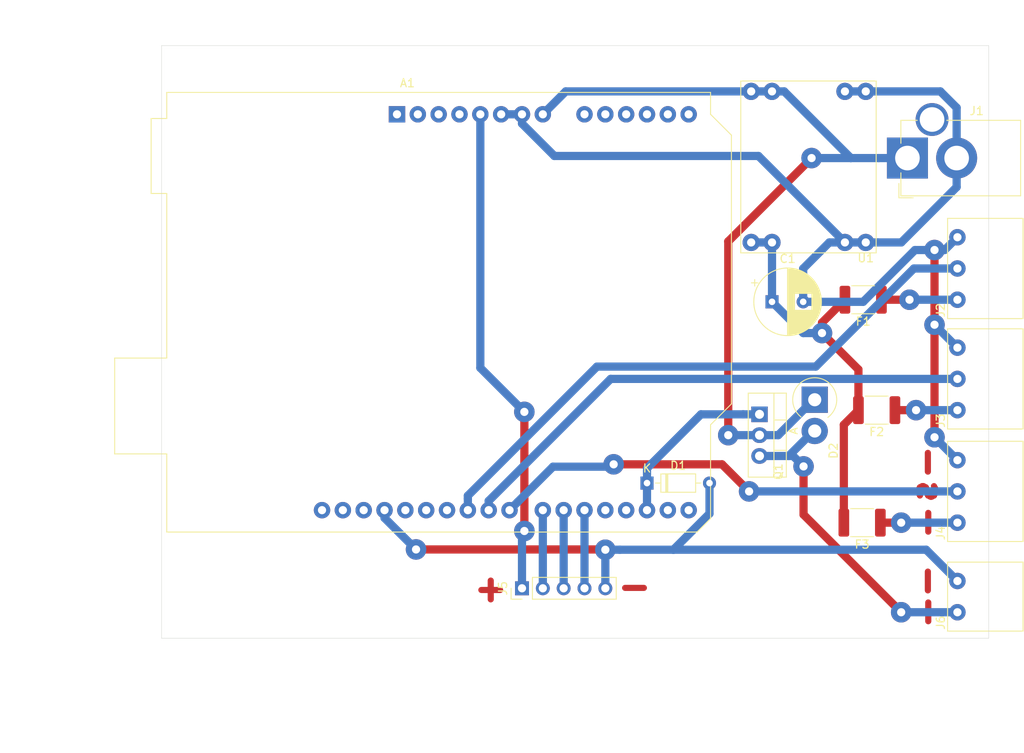
<source format=kicad_pcb>
(kicad_pcb (version 20171130) (host pcbnew "(5.1.5)-3")

  (general
    (thickness 1.6)
    (drawings 18)
    (tracks 124)
    (zones 0)
    (modules 19)
    (nets 16)
  )

  (page A4)
  (layers
    (0 F.Cu signal)
    (31 B.Cu signal)
    (32 B.Adhes user)
    (33 F.Adhes user)
    (34 B.Paste user)
    (35 F.Paste user)
    (36 B.SilkS user)
    (37 F.SilkS user)
    (38 B.Mask user)
    (39 F.Mask user)
    (40 Dwgs.User user)
    (41 Cmts.User user)
    (42 Eco1.User user)
    (43 Eco2.User user)
    (44 Edge.Cuts user)
    (45 Margin user)
    (46 B.CrtYd user)
    (47 F.CrtYd user)
    (48 B.Fab user)
    (49 F.Fab user)
  )

  (setup
    (last_trace_width 1)
    (trace_clearance 0.5)
    (zone_clearance 0.508)
    (zone_45_only no)
    (trace_min 0.2)
    (via_size 2.5)
    (via_drill 1)
    (via_min_size 0.4)
    (via_min_drill 0.3)
    (uvia_size 0.3)
    (uvia_drill 0.1)
    (uvias_allowed no)
    (uvia_min_size 0.2)
    (uvia_min_drill 0.1)
    (edge_width 0.05)
    (segment_width 0.2)
    (pcb_text_width 0.3)
    (pcb_text_size 1.5 1.5)
    (mod_edge_width 0.12)
    (mod_text_size 1 1)
    (mod_text_width 0.15)
    (pad_size 1.524 1.524)
    (pad_drill 0.762)
    (pad_to_mask_clearance 0.051)
    (solder_mask_min_width 0.25)
    (aux_axis_origin 94.742 131.445)
    (visible_elements 7FFFFFFF)
    (pcbplotparams
      (layerselection 0x010fc_ffffffff)
      (usegerberextensions false)
      (usegerberattributes false)
      (usegerberadvancedattributes false)
      (creategerberjobfile false)
      (excludeedgelayer true)
      (linewidth 0.100000)
      (plotframeref false)
      (viasonmask false)
      (mode 1)
      (useauxorigin false)
      (hpglpennumber 1)
      (hpglpenspeed 20)
      (hpglpendiameter 15.000000)
      (psnegative false)
      (psa4output false)
      (plotreference true)
      (plotvalue true)
      (plotinvisibletext false)
      (padsonsilk false)
      (subtractmaskfromsilk false)
      (outputformat 1)
      (mirror false)
      (drillshape 0)
      (scaleselection 1)
      (outputdirectory "gerber/"))
  )

  (net 0 "")
  (net 1 /SW_1)
  (net 2 /SW_2)
  (net 3 +5V)
  (net 4 /SW_3)
  (net 5 GND)
  (net 6 /SIG_1)
  (net 7 /SIG_2)
  (net 8 /12V_input)
  (net 9 /SIG_3)
  (net 10 "Net-(F1-Pad1)")
  (net 11 /5V_ext)
  (net 12 "Net-(F2-Pad1)")
  (net 13 "Net-(F3-Pad1)")
  (net 14 /SIG_OUT)
  (net 15 "Net-(D2-Pad2)")

  (net_class Default "This is the default net class."
    (clearance 0.5)
    (trace_width 1)
    (via_dia 2.5)
    (via_drill 1)
    (uvia_dia 0.3)
    (uvia_drill 0.1)
    (add_net +5V)
    (add_net /12V_input)
    (add_net /5V_ext)
    (add_net /SIG_1)
    (add_net /SIG_2)
    (add_net /SIG_3)
    (add_net /SIG_OUT)
    (add_net /SW_1)
    (add_net /SW_2)
    (add_net /SW_3)
    (add_net GND)
    (add_net "Net-(D2-Pad2)")
    (add_net "Net-(F1-Pad1)")
    (add_net "Net-(F2-Pad1)")
    (add_net "Net-(F3-Pad1)")
  )

  (net_class GND ""
    (clearance 0.5)
    (trace_width 2)
    (via_dia 2.5)
    (via_drill 1)
    (uvia_dia 0.3)
    (uvia_drill 0.1)
  )

  (module User:SZH-PWSD-016 (layer F.Cu) (tedit 5E1CB969) (tstamp 5E11E0E8)
    (at 180.594 64.77 180)
    (path /5E11A689)
    (fp_text reference U1 (at 0 -20.32 180) (layer F.SilkS)
      (effects (font (size 1 1) (thickness 0.15)))
    )
    (fp_text value SZH-PWSD-016 (at 6.985 -9.525 180) (layer F.Fab)
      (effects (font (size 1 1) (thickness 0.15)))
    )
    (fp_line (start -1.27 1.27) (end 15.24 1.27) (layer F.SilkS) (width 0.12))
    (fp_line (start 15.24 1.27) (end 15.24 -19.685) (layer F.SilkS) (width 0.12))
    (fp_line (start 15.24 -19.685) (end -1.27 -19.685) (layer F.SilkS) (width 0.12))
    (fp_line (start -1.27 -19.685) (end -1.27 1.27) (layer F.SilkS) (width 0.12))
    (pad 1 thru_hole circle (at 0 0 180) (size 2.1 2.1) (drill 1) (layers *.Cu *.Mask)
      (net 5 GND))
    (pad 1 thru_hole circle (at 2.54 0 180) (size 2.1 2.1) (drill 1) (layers *.Cu *.Mask)
      (net 5 GND))
    (pad 2 thru_hole circle (at 11.43 0 180) (size 2.1 2.1) (drill 1) (layers *.Cu *.Mask)
      (net 8 /12V_input))
    (pad 2 thru_hole circle (at 13.97 0 180) (size 2.1 2.1) (drill 1) (layers *.Cu *.Mask)
      (net 8 /12V_input))
    (pad 4 thru_hole circle (at 0 -18.415 180) (size 2.1 2.1) (drill 1) (layers *.Cu *.Mask)
      (net 5 GND))
    (pad 4 thru_hole circle (at 2.54 -18.415 180) (size 2.1 2.1) (drill 1) (layers *.Cu *.Mask)
      (net 5 GND))
    (pad 3 thru_hole circle (at 11.43 -18.415 180) (size 2.1 2.1) (drill 1) (layers *.Cu *.Mask)
      (net 11 /5V_ext))
    (pad 3 thru_hole circle (at 13.97 -18.415 180) (size 2.1 2.1) (drill 1) (layers *.Cu *.Mask)
      (net 11 /5V_ext))
  )

  (module Package_TO_SOT_THT:TO-220-3_Vertical (layer F.Cu) (tedit 5AC8BA0D) (tstamp 5E128B1C)
    (at 167.64 104.14 270)
    (descr "TO-220-3, Vertical, RM 2.54mm, see https://www.vishay.com/docs/66542/to-220-1.pdf")
    (tags "TO-220-3 Vertical RM 2.54mm")
    (path /5E1544B4)
    (fp_text reference Q1 (at 6.985 -2.286 90) (layer F.SilkS)
      (effects (font (size 1 1) (thickness 0.15)))
    )
    (fp_text value IRFZ44N (at 2.54 2.5 90) (layer F.Fab)
      (effects (font (size 1 1) (thickness 0.15)))
    )
    (fp_line (start -2.46 -3.15) (end -2.46 1.25) (layer F.Fab) (width 0.1))
    (fp_line (start -2.46 1.25) (end 7.54 1.25) (layer F.Fab) (width 0.1))
    (fp_line (start 7.54 1.25) (end 7.54 -3.15) (layer F.Fab) (width 0.1))
    (fp_line (start 7.54 -3.15) (end -2.46 -3.15) (layer F.Fab) (width 0.1))
    (fp_line (start -2.46 -1.88) (end 7.54 -1.88) (layer F.Fab) (width 0.1))
    (fp_line (start 0.69 -3.15) (end 0.69 -1.88) (layer F.Fab) (width 0.1))
    (fp_line (start 4.39 -3.15) (end 4.39 -1.88) (layer F.Fab) (width 0.1))
    (fp_line (start -2.58 -3.27) (end 7.66 -3.27) (layer F.SilkS) (width 0.12))
    (fp_line (start -2.58 1.371) (end 7.66 1.371) (layer F.SilkS) (width 0.12))
    (fp_line (start -2.58 -3.27) (end -2.58 1.371) (layer F.SilkS) (width 0.12))
    (fp_line (start 7.66 -3.27) (end 7.66 1.371) (layer F.SilkS) (width 0.12))
    (fp_line (start -2.58 -1.76) (end 7.66 -1.76) (layer F.SilkS) (width 0.12))
    (fp_line (start 0.69 -3.27) (end 0.69 -1.76) (layer F.SilkS) (width 0.12))
    (fp_line (start 4.391 -3.27) (end 4.391 -1.76) (layer F.SilkS) (width 0.12))
    (fp_line (start -2.71 -3.4) (end -2.71 1.51) (layer F.CrtYd) (width 0.05))
    (fp_line (start -2.71 1.51) (end 7.79 1.51) (layer F.CrtYd) (width 0.05))
    (fp_line (start 7.79 1.51) (end 7.79 -3.4) (layer F.CrtYd) (width 0.05))
    (fp_line (start 7.79 -3.4) (end -2.71 -3.4) (layer F.CrtYd) (width 0.05))
    (fp_text user %R (at 6.985 -2.286 90) (layer F.Fab)
      (effects (font (size 1 1) (thickness 0.15)))
    )
    (pad 1 thru_hole rect (at 0 0 270) (size 1.905 2) (drill 1.1) (layers *.Cu *.Mask)
      (net 14 /SIG_OUT))
    (pad 2 thru_hole oval (at 2.54 0 270) (size 1.905 2) (drill 1.1) (layers *.Cu *.Mask)
      (net 8 /12V_input))
    (pad 3 thru_hole oval (at 5.08 0 270) (size 1.905 2) (drill 1.1) (layers *.Cu *.Mask)
      (net 15 "Net-(D2-Pad2)"))
    (model ${KISYS3DMOD}/Package_TO_SOT_THT.3dshapes/TO-220-3_Vertical.wrl
      (at (xyz 0 0 0))
      (scale (xyz 1 1 1))
      (rotate (xyz 0 0 0))
    )
  )

  (module Module:Arduino_UNO_R3 (layer F.Cu) (tedit 5E11E843) (tstamp 5E11DF80)
    (at 123.444 67.564)
    (descr "Arduino UNO R3, http://www.mouser.com/pdfdocs/Gravitech_Arduino_Nano3_0.pdf")
    (tags "Arduino UNO R3")
    (path /5E11A1CE)
    (fp_text reference A1 (at 1.27 -3.81 180) (layer F.SilkS)
      (effects (font (size 1 1) (thickness 0.15)))
    )
    (fp_text value Arduino_UNO_R3 (at 0 22.86) (layer F.Fab)
      (effects (font (size 1 1) (thickness 0.15)))
    )
    (fp_text user %R (at 0 20.32 180) (layer F.Fab)
      (effects (font (size 1 1) (thickness 0.15)))
    )
    (fp_line (start 38.35 -2.79) (end 38.35 0) (layer F.CrtYd) (width 0.05))
    (fp_line (start 38.35 0) (end 40.89 2.54) (layer F.CrtYd) (width 0.05))
    (fp_line (start 40.89 2.54) (end 40.89 35.31) (layer F.CrtYd) (width 0.05))
    (fp_line (start 40.89 35.31) (end 38.35 37.85) (layer F.CrtYd) (width 0.05))
    (fp_line (start 38.35 37.85) (end 38.35 49.28) (layer F.CrtYd) (width 0.05))
    (fp_line (start 38.35 49.28) (end 36.58 51.05) (layer F.CrtYd) (width 0.05))
    (fp_line (start 36.58 51.05) (end -28.19 51.05) (layer F.CrtYd) (width 0.05))
    (fp_line (start -28.19 51.05) (end -28.19 41.53) (layer F.CrtYd) (width 0.05))
    (fp_line (start -28.19 41.53) (end -34.54 41.53) (layer F.CrtYd) (width 0.05))
    (fp_line (start -34.54 41.53) (end -34.54 29.59) (layer F.CrtYd) (width 0.05))
    (fp_line (start -34.54 29.59) (end -28.19 29.59) (layer F.CrtYd) (width 0.05))
    (fp_line (start -28.19 29.59) (end -28.19 9.78) (layer F.CrtYd) (width 0.05))
    (fp_line (start -28.19 9.78) (end -30.1 9.78) (layer F.CrtYd) (width 0.05))
    (fp_line (start -30.1 9.78) (end -30.1 0.38) (layer F.CrtYd) (width 0.05))
    (fp_line (start -30.1 0.38) (end -28.19 0.38) (layer F.CrtYd) (width 0.05))
    (fp_line (start -28.19 0.38) (end -28.19 -2.79) (layer F.CrtYd) (width 0.05))
    (fp_line (start -28.19 -2.79) (end 38.35 -2.79) (layer F.CrtYd) (width 0.05))
    (fp_line (start 40.77 35.31) (end 40.77 2.54) (layer F.SilkS) (width 0.12))
    (fp_line (start 40.77 2.54) (end 38.23 0) (layer F.SilkS) (width 0.12))
    (fp_line (start 38.23 0) (end 38.23 -2.67) (layer F.SilkS) (width 0.12))
    (fp_line (start 38.23 -2.67) (end -28.07 -2.67) (layer F.SilkS) (width 0.12))
    (fp_line (start -28.07 -2.67) (end -28.07 0.51) (layer F.SilkS) (width 0.12))
    (fp_line (start -28.07 0.51) (end -29.97 0.51) (layer F.SilkS) (width 0.12))
    (fp_line (start -29.97 0.51) (end -29.97 9.65) (layer F.SilkS) (width 0.12))
    (fp_line (start -29.97 9.65) (end -28.07 9.65) (layer F.SilkS) (width 0.12))
    (fp_line (start -28.07 9.65) (end -28.07 29.72) (layer F.SilkS) (width 0.12))
    (fp_line (start -28.07 29.72) (end -34.42 29.72) (layer F.SilkS) (width 0.12))
    (fp_line (start -34.42 29.72) (end -34.42 41.4) (layer F.SilkS) (width 0.12))
    (fp_line (start -34.42 41.4) (end -28.07 41.4) (layer F.SilkS) (width 0.12))
    (fp_line (start -28.07 41.4) (end -28.07 50.93) (layer F.SilkS) (width 0.12))
    (fp_line (start -28.07 50.93) (end 36.58 50.93) (layer F.SilkS) (width 0.12))
    (fp_line (start 36.58 50.93) (end 38.23 49.28) (layer F.SilkS) (width 0.12))
    (fp_line (start 38.23 49.28) (end 38.23 37.85) (layer F.SilkS) (width 0.12))
    (fp_line (start 38.23 37.85) (end 40.77 35.31) (layer F.SilkS) (width 0.12))
    (fp_line (start -34.29 29.84) (end -18.41 29.84) (layer F.Fab) (width 0.1))
    (fp_line (start -18.41 29.84) (end -18.41 41.27) (layer F.Fab) (width 0.1))
    (fp_line (start -18.41 41.27) (end -34.29 41.27) (layer F.Fab) (width 0.1))
    (fp_line (start -34.29 41.27) (end -34.29 29.84) (layer F.Fab) (width 0.1))
    (fp_line (start -29.84 0.64) (end -16.51 0.64) (layer F.Fab) (width 0.1))
    (fp_line (start -16.51 0.64) (end -16.51 9.53) (layer F.Fab) (width 0.1))
    (fp_line (start -16.51 9.53) (end -29.84 9.53) (layer F.Fab) (width 0.1))
    (fp_line (start -29.84 9.53) (end -29.84 0.64) (layer F.Fab) (width 0.1))
    (fp_line (start 38.1 37.85) (end 38.1 49.28) (layer F.Fab) (width 0.1))
    (fp_line (start 40.64 2.54) (end 40.64 35.31) (layer F.Fab) (width 0.1))
    (fp_line (start 40.64 35.31) (end 38.1 37.85) (layer F.Fab) (width 0.1))
    (fp_line (start 38.1 -2.54) (end 38.1 0) (layer F.Fab) (width 0.1))
    (fp_line (start 38.1 0) (end 40.64 2.54) (layer F.Fab) (width 0.1))
    (fp_line (start 38.1 49.28) (end 36.58 50.8) (layer F.Fab) (width 0.1))
    (fp_line (start 36.58 50.8) (end -27.94 50.8) (layer F.Fab) (width 0.1))
    (fp_line (start -27.94 50.8) (end -27.94 -2.54) (layer F.Fab) (width 0.1))
    (fp_line (start -27.94 -2.54) (end 38.1 -2.54) (layer F.Fab) (width 0.1))
    (pad 32 thru_hole oval (at -9.14 48.26 90) (size 2 2) (drill 1) (layers *.Cu *.Mask))
    (pad 31 thru_hole oval (at -6.6 48.26 90) (size 2 2) (drill 1) (layers *.Cu *.Mask))
    (pad 1 thru_hole rect (at 0 0 90) (size 2 2) (drill 1) (layers *.Cu *.Mask))
    (pad 17 thru_hole oval (at 30.48 48.26 90) (size 2 2) (drill 1) (layers *.Cu *.Mask)
      (net 14 /SIG_OUT))
    (pad 2 thru_hole oval (at 2.54 0 90) (size 2 2) (drill 1) (layers *.Cu *.Mask))
    (pad 18 thru_hole oval (at 27.94 48.26 90) (size 2 2) (drill 1) (layers *.Cu *.Mask))
    (pad 3 thru_hole oval (at 5.08 0 90) (size 2 2) (drill 1) (layers *.Cu *.Mask))
    (pad 19 thru_hole oval (at 25.4 48.26 90) (size 2 2) (drill 1) (layers *.Cu *.Mask))
    (pad 4 thru_hole oval (at 7.62 0 90) (size 2 2) (drill 1) (layers *.Cu *.Mask))
    (pad 20 thru_hole oval (at 22.86 48.26 90) (size 2 2) (drill 1) (layers *.Cu *.Mask)
      (net 4 /SW_3))
    (pad 5 thru_hole oval (at 10.16 0 90) (size 2 2) (drill 1) (layers *.Cu *.Mask)
      (net 3 +5V))
    (pad 21 thru_hole oval (at 20.32 48.26 90) (size 2 2) (drill 1) (layers *.Cu *.Mask)
      (net 2 /SW_2))
    (pad 6 thru_hole oval (at 12.7 0 90) (size 2 2) (drill 1) (layers *.Cu *.Mask)
      (net 5 GND))
    (pad 22 thru_hole oval (at 17.78 48.26 90) (size 2 2) (drill 1) (layers *.Cu *.Mask)
      (net 1 /SW_1))
    (pad 7 thru_hole oval (at 15.24 0 90) (size 2 2) (drill 1) (layers *.Cu *.Mask)
      (net 5 GND))
    (pad 23 thru_hole oval (at 13.72 48.26 90) (size 2 2) (drill 1) (layers *.Cu *.Mask)
      (net 9 /SIG_3))
    (pad 8 thru_hole oval (at 17.78 0 90) (size 2 2) (drill 1) (layers *.Cu *.Mask)
      (net 8 /12V_input))
    (pad 24 thru_hole oval (at 11.18 48.26 90) (size 2 2) (drill 1) (layers *.Cu *.Mask)
      (net 7 /SIG_2))
    (pad 9 thru_hole oval (at 22.86 0 90) (size 2 2) (drill 1) (layers *.Cu *.Mask))
    (pad 25 thru_hole oval (at 8.64 48.26 90) (size 2 2) (drill 1) (layers *.Cu *.Mask)
      (net 6 /SIG_1))
    (pad 10 thru_hole oval (at 25.4 0 90) (size 2 2) (drill 1) (layers *.Cu *.Mask))
    (pad 26 thru_hole oval (at 6.1 48.26 90) (size 2 2) (drill 1) (layers *.Cu *.Mask))
    (pad 11 thru_hole oval (at 27.94 0 90) (size 2 2) (drill 1) (layers *.Cu *.Mask))
    (pad 27 thru_hole oval (at 3.56 48.26 90) (size 2 2) (drill 1) (layers *.Cu *.Mask))
    (pad 12 thru_hole oval (at 30.48 0 90) (size 2 2) (drill 1) (layers *.Cu *.Mask))
    (pad 28 thru_hole oval (at 1.02 48.26 90) (size 2 2) (drill 1) (layers *.Cu *.Mask))
    (pad 13 thru_hole oval (at 33.02 0 90) (size 2 2) (drill 1) (layers *.Cu *.Mask))
    (pad 29 thru_hole oval (at -1.52 48.26 90) (size 2 2) (drill 1) (layers *.Cu *.Mask)
      (net 5 GND))
    (pad 14 thru_hole oval (at 35.56 0 90) (size 2 2) (drill 1) (layers *.Cu *.Mask))
    (pad 30 thru_hole oval (at -4.06 48.26 90) (size 2 2) (drill 1) (layers *.Cu *.Mask))
    (pad 15 thru_hole oval (at 35.56 48.26 90) (size 2 2) (drill 1) (layers *.Cu *.Mask))
    (pad 16 thru_hole oval (at 33.02 48.26 90) (size 2 2) (drill 1) (layers *.Cu *.Mask))
    (model ${KISYS3DMOD}/Module.3dshapes/Arduino_UNO_R3.wrl
      (at (xyz 0 0 0))
      (scale (xyz 1 1 1))
      (rotate (xyz 0 0 0))
    )
  )

  (module User:PJ-002B (layer F.Cu) (tedit 5E11DEB4) (tstamp 5E11E09E)
    (at 185.674 72.898 90)
    (descr "Thin-pin DC Barrel Jack, https://cdn-shop.adafruit.com/datasheets/21mmdcjackDatasheet.pdf")
    (tags "Power Jack")
    (path /5E11B373)
    (fp_text reference J1 (at 5.75 8.45 180) (layer F.SilkS)
      (effects (font (size 1 1) (thickness 0.15)))
    )
    (fp_text value "Power Input" (at -5.5 6.2 180) (layer F.Fab)
      (effects (font (size 1 1) (thickness 0.15)))
    )
    (fp_line (start -4.5 10.2) (end 4.5 10.2) (layer F.Fab) (width 0.1))
    (fp_line (start -3.5 -0.7) (end 4.5 -0.7) (layer F.Fab) (width 0.1))
    (fp_line (start -4.5 0.3) (end -3.5 -0.7) (layer F.Fab) (width 0.1))
    (fp_line (start -4.5 13.7) (end -4.5 0.3) (layer F.Fab) (width 0.1))
    (fp_line (start 4.5 13.7) (end -4.5 13.7) (layer F.Fab) (width 0.1))
    (fp_line (start 4.5 -0.7) (end 4.5 13.7) (layer F.Fab) (width 0.1))
    (fp_line (start -4.84 -1.04) (end -3.1 -1.04) (layer F.SilkS) (width 0.12))
    (fp_line (start -4.84 0.7) (end -4.84 -1.04) (layer F.SilkS) (width 0.12))
    (fp_line (start 4.6 -0.8) (end 4.6 1.2) (layer F.SilkS) (width 0.12))
    (fp_line (start 1.8 -0.8) (end 4.6 -0.8) (layer F.SilkS) (width 0.12))
    (fp_line (start -4.6 -0.8) (end -1.8 -0.8) (layer F.SilkS) (width 0.12))
    (fp_line (start -4.6 13.8) (end -4.6 -0.8) (layer F.SilkS) (width 0.12))
    (fp_line (start 4.6 13.8) (end -4.6 13.8) (layer F.SilkS) (width 0.12))
    (fp_line (start 4.6 4.8) (end 4.6 13.8) (layer F.SilkS) (width 0.12))
    (fp_line (start -1.8 -1.8) (end 1.8 -1.8) (layer F.CrtYd) (width 0.05))
    (fp_line (start -1.8 -1.2) (end -1.8 -1.8) (layer F.CrtYd) (width 0.05))
    (fp_line (start -5 -1.2) (end -1.8 -1.2) (layer F.CrtYd) (width 0.05))
    (fp_line (start -5 14.2) (end -5 -1.2) (layer F.CrtYd) (width 0.05))
    (fp_line (start 5 14.2) (end -5 14.2) (layer F.CrtYd) (width 0.05))
    (fp_line (start 5 4.8) (end 5 14.2) (layer F.CrtYd) (width 0.05))
    (fp_line (start 6.5 4.8) (end 5 4.8) (layer F.CrtYd) (width 0.05))
    (fp_line (start 6.5 1.2) (end 6.5 4.8) (layer F.CrtYd) (width 0.05))
    (fp_line (start 5 1.2) (end 6.5 1.2) (layer F.CrtYd) (width 0.05))
    (fp_line (start 5 -1.2) (end 5 1.2) (layer F.CrtYd) (width 0.05))
    (fp_line (start 1.8 -1.2) (end 5 -1.2) (layer F.CrtYd) (width 0.05))
    (fp_line (start 1.8 -1.8) (end 1.8 -1.2) (layer F.CrtYd) (width 0.05))
    (fp_text user %R (at 0 6.5 -90) (layer F.Fab)
      (effects (font (size 1 1) (thickness 0.15)))
    )
    (pad 3 thru_hole circle (at 4.7 3 90) (size 4 4) (drill 3) (layers *.Cu *.Mask))
    (pad 2 thru_hole circle (at 0 6 90) (size 5 5) (drill 3) (layers *.Cu *.Mask)
      (net 5 GND))
    (pad 1 thru_hole rect (at 0 0 90) (size 5 5) (drill 3) (layers *.Cu *.Mask)
      (net 8 /12V_input))
    (model ${USER_LIB_DIR}/User/packages3d/PJ-002B.step
      (offset (xyz 0 -13.7 7))
      (scale (xyz 1 1 1))
      (rotate (xyz -90 0 90))
    )
  )

  (module Capacitor_THT:CP_Radial_D8.0mm_P3.80mm (layer F.Cu) (tedit 5AE50EF0) (tstamp 5E11E029)
    (at 169.164 90.424)
    (descr "CP, Radial series, Radial, pin pitch=3.80mm, , diameter=8mm, Electrolytic Capacitor")
    (tags "CP Radial series Radial pin pitch 3.80mm  diameter 8mm Electrolytic Capacitor")
    (path /5E140EC5)
    (fp_text reference C1 (at 1.9 -5.25) (layer F.SilkS)
      (effects (font (size 1 1) (thickness 0.15)))
    )
    (fp_text value CP (at 1.9 5.25) (layer F.Fab)
      (effects (font (size 1 1) (thickness 0.15)))
    )
    (fp_circle (center 1.9 0) (end 5.9 0) (layer F.Fab) (width 0.1))
    (fp_circle (center 1.9 0) (end 6.02 0) (layer F.SilkS) (width 0.12))
    (fp_circle (center 1.9 0) (end 6.15 0) (layer F.CrtYd) (width 0.05))
    (fp_line (start -1.526759 -1.7475) (end -0.726759 -1.7475) (layer F.Fab) (width 0.1))
    (fp_line (start -1.126759 -2.1475) (end -1.126759 -1.3475) (layer F.Fab) (width 0.1))
    (fp_line (start 1.9 -4.08) (end 1.9 4.08) (layer F.SilkS) (width 0.12))
    (fp_line (start 1.94 -4.08) (end 1.94 4.08) (layer F.SilkS) (width 0.12))
    (fp_line (start 1.98 -4.08) (end 1.98 4.08) (layer F.SilkS) (width 0.12))
    (fp_line (start 2.02 -4.079) (end 2.02 4.079) (layer F.SilkS) (width 0.12))
    (fp_line (start 2.06 -4.077) (end 2.06 4.077) (layer F.SilkS) (width 0.12))
    (fp_line (start 2.1 -4.076) (end 2.1 4.076) (layer F.SilkS) (width 0.12))
    (fp_line (start 2.14 -4.074) (end 2.14 4.074) (layer F.SilkS) (width 0.12))
    (fp_line (start 2.18 -4.071) (end 2.18 4.071) (layer F.SilkS) (width 0.12))
    (fp_line (start 2.22 -4.068) (end 2.22 4.068) (layer F.SilkS) (width 0.12))
    (fp_line (start 2.26 -4.065) (end 2.26 4.065) (layer F.SilkS) (width 0.12))
    (fp_line (start 2.3 -4.061) (end 2.3 4.061) (layer F.SilkS) (width 0.12))
    (fp_line (start 2.34 -4.057) (end 2.34 4.057) (layer F.SilkS) (width 0.12))
    (fp_line (start 2.38 -4.052) (end 2.38 4.052) (layer F.SilkS) (width 0.12))
    (fp_line (start 2.42 -4.048) (end 2.42 4.048) (layer F.SilkS) (width 0.12))
    (fp_line (start 2.46 -4.042) (end 2.46 4.042) (layer F.SilkS) (width 0.12))
    (fp_line (start 2.5 -4.037) (end 2.5 4.037) (layer F.SilkS) (width 0.12))
    (fp_line (start 2.54 -4.03) (end 2.54 4.03) (layer F.SilkS) (width 0.12))
    (fp_line (start 2.58 -4.024) (end 2.58 4.024) (layer F.SilkS) (width 0.12))
    (fp_line (start 2.621 -4.017) (end 2.621 4.017) (layer F.SilkS) (width 0.12))
    (fp_line (start 2.661 -4.01) (end 2.661 4.01) (layer F.SilkS) (width 0.12))
    (fp_line (start 2.701 -4.002) (end 2.701 4.002) (layer F.SilkS) (width 0.12))
    (fp_line (start 2.741 -3.994) (end 2.741 3.994) (layer F.SilkS) (width 0.12))
    (fp_line (start 2.781 -3.985) (end 2.781 -1.04) (layer F.SilkS) (width 0.12))
    (fp_line (start 2.781 1.04) (end 2.781 3.985) (layer F.SilkS) (width 0.12))
    (fp_line (start 2.821 -3.976) (end 2.821 -1.04) (layer F.SilkS) (width 0.12))
    (fp_line (start 2.821 1.04) (end 2.821 3.976) (layer F.SilkS) (width 0.12))
    (fp_line (start 2.861 -3.967) (end 2.861 -1.04) (layer F.SilkS) (width 0.12))
    (fp_line (start 2.861 1.04) (end 2.861 3.967) (layer F.SilkS) (width 0.12))
    (fp_line (start 2.901 -3.957) (end 2.901 -1.04) (layer F.SilkS) (width 0.12))
    (fp_line (start 2.901 1.04) (end 2.901 3.957) (layer F.SilkS) (width 0.12))
    (fp_line (start 2.941 -3.947) (end 2.941 -1.04) (layer F.SilkS) (width 0.12))
    (fp_line (start 2.941 1.04) (end 2.941 3.947) (layer F.SilkS) (width 0.12))
    (fp_line (start 2.981 -3.936) (end 2.981 -1.04) (layer F.SilkS) (width 0.12))
    (fp_line (start 2.981 1.04) (end 2.981 3.936) (layer F.SilkS) (width 0.12))
    (fp_line (start 3.021 -3.925) (end 3.021 -1.04) (layer F.SilkS) (width 0.12))
    (fp_line (start 3.021 1.04) (end 3.021 3.925) (layer F.SilkS) (width 0.12))
    (fp_line (start 3.061 -3.914) (end 3.061 -1.04) (layer F.SilkS) (width 0.12))
    (fp_line (start 3.061 1.04) (end 3.061 3.914) (layer F.SilkS) (width 0.12))
    (fp_line (start 3.101 -3.902) (end 3.101 -1.04) (layer F.SilkS) (width 0.12))
    (fp_line (start 3.101 1.04) (end 3.101 3.902) (layer F.SilkS) (width 0.12))
    (fp_line (start 3.141 -3.889) (end 3.141 -1.04) (layer F.SilkS) (width 0.12))
    (fp_line (start 3.141 1.04) (end 3.141 3.889) (layer F.SilkS) (width 0.12))
    (fp_line (start 3.181 -3.877) (end 3.181 -1.04) (layer F.SilkS) (width 0.12))
    (fp_line (start 3.181 1.04) (end 3.181 3.877) (layer F.SilkS) (width 0.12))
    (fp_line (start 3.221 -3.863) (end 3.221 -1.04) (layer F.SilkS) (width 0.12))
    (fp_line (start 3.221 1.04) (end 3.221 3.863) (layer F.SilkS) (width 0.12))
    (fp_line (start 3.261 -3.85) (end 3.261 -1.04) (layer F.SilkS) (width 0.12))
    (fp_line (start 3.261 1.04) (end 3.261 3.85) (layer F.SilkS) (width 0.12))
    (fp_line (start 3.301 -3.835) (end 3.301 -1.04) (layer F.SilkS) (width 0.12))
    (fp_line (start 3.301 1.04) (end 3.301 3.835) (layer F.SilkS) (width 0.12))
    (fp_line (start 3.341 -3.821) (end 3.341 -1.04) (layer F.SilkS) (width 0.12))
    (fp_line (start 3.341 1.04) (end 3.341 3.821) (layer F.SilkS) (width 0.12))
    (fp_line (start 3.381 -3.805) (end 3.381 -1.04) (layer F.SilkS) (width 0.12))
    (fp_line (start 3.381 1.04) (end 3.381 3.805) (layer F.SilkS) (width 0.12))
    (fp_line (start 3.421 -3.79) (end 3.421 -1.04) (layer F.SilkS) (width 0.12))
    (fp_line (start 3.421 1.04) (end 3.421 3.79) (layer F.SilkS) (width 0.12))
    (fp_line (start 3.461 -3.774) (end 3.461 -1.04) (layer F.SilkS) (width 0.12))
    (fp_line (start 3.461 1.04) (end 3.461 3.774) (layer F.SilkS) (width 0.12))
    (fp_line (start 3.501 -3.757) (end 3.501 -1.04) (layer F.SilkS) (width 0.12))
    (fp_line (start 3.501 1.04) (end 3.501 3.757) (layer F.SilkS) (width 0.12))
    (fp_line (start 3.541 -3.74) (end 3.541 -1.04) (layer F.SilkS) (width 0.12))
    (fp_line (start 3.541 1.04) (end 3.541 3.74) (layer F.SilkS) (width 0.12))
    (fp_line (start 3.581 -3.722) (end 3.581 -1.04) (layer F.SilkS) (width 0.12))
    (fp_line (start 3.581 1.04) (end 3.581 3.722) (layer F.SilkS) (width 0.12))
    (fp_line (start 3.621 -3.704) (end 3.621 -1.04) (layer F.SilkS) (width 0.12))
    (fp_line (start 3.621 1.04) (end 3.621 3.704) (layer F.SilkS) (width 0.12))
    (fp_line (start 3.661 -3.686) (end 3.661 -1.04) (layer F.SilkS) (width 0.12))
    (fp_line (start 3.661 1.04) (end 3.661 3.686) (layer F.SilkS) (width 0.12))
    (fp_line (start 3.701 -3.666) (end 3.701 -1.04) (layer F.SilkS) (width 0.12))
    (fp_line (start 3.701 1.04) (end 3.701 3.666) (layer F.SilkS) (width 0.12))
    (fp_line (start 3.741 -3.647) (end 3.741 -1.04) (layer F.SilkS) (width 0.12))
    (fp_line (start 3.741 1.04) (end 3.741 3.647) (layer F.SilkS) (width 0.12))
    (fp_line (start 3.781 -3.627) (end 3.781 -1.04) (layer F.SilkS) (width 0.12))
    (fp_line (start 3.781 1.04) (end 3.781 3.627) (layer F.SilkS) (width 0.12))
    (fp_line (start 3.821 -3.606) (end 3.821 -1.04) (layer F.SilkS) (width 0.12))
    (fp_line (start 3.821 1.04) (end 3.821 3.606) (layer F.SilkS) (width 0.12))
    (fp_line (start 3.861 -3.584) (end 3.861 -1.04) (layer F.SilkS) (width 0.12))
    (fp_line (start 3.861 1.04) (end 3.861 3.584) (layer F.SilkS) (width 0.12))
    (fp_line (start 3.901 -3.562) (end 3.901 -1.04) (layer F.SilkS) (width 0.12))
    (fp_line (start 3.901 1.04) (end 3.901 3.562) (layer F.SilkS) (width 0.12))
    (fp_line (start 3.941 -3.54) (end 3.941 -1.04) (layer F.SilkS) (width 0.12))
    (fp_line (start 3.941 1.04) (end 3.941 3.54) (layer F.SilkS) (width 0.12))
    (fp_line (start 3.981 -3.517) (end 3.981 -1.04) (layer F.SilkS) (width 0.12))
    (fp_line (start 3.981 1.04) (end 3.981 3.517) (layer F.SilkS) (width 0.12))
    (fp_line (start 4.021 -3.493) (end 4.021 -1.04) (layer F.SilkS) (width 0.12))
    (fp_line (start 4.021 1.04) (end 4.021 3.493) (layer F.SilkS) (width 0.12))
    (fp_line (start 4.061 -3.469) (end 4.061 -1.04) (layer F.SilkS) (width 0.12))
    (fp_line (start 4.061 1.04) (end 4.061 3.469) (layer F.SilkS) (width 0.12))
    (fp_line (start 4.101 -3.444) (end 4.101 -1.04) (layer F.SilkS) (width 0.12))
    (fp_line (start 4.101 1.04) (end 4.101 3.444) (layer F.SilkS) (width 0.12))
    (fp_line (start 4.141 -3.418) (end 4.141 -1.04) (layer F.SilkS) (width 0.12))
    (fp_line (start 4.141 1.04) (end 4.141 3.418) (layer F.SilkS) (width 0.12))
    (fp_line (start 4.181 -3.392) (end 4.181 -1.04) (layer F.SilkS) (width 0.12))
    (fp_line (start 4.181 1.04) (end 4.181 3.392) (layer F.SilkS) (width 0.12))
    (fp_line (start 4.221 -3.365) (end 4.221 -1.04) (layer F.SilkS) (width 0.12))
    (fp_line (start 4.221 1.04) (end 4.221 3.365) (layer F.SilkS) (width 0.12))
    (fp_line (start 4.261 -3.338) (end 4.261 -1.04) (layer F.SilkS) (width 0.12))
    (fp_line (start 4.261 1.04) (end 4.261 3.338) (layer F.SilkS) (width 0.12))
    (fp_line (start 4.301 -3.309) (end 4.301 -1.04) (layer F.SilkS) (width 0.12))
    (fp_line (start 4.301 1.04) (end 4.301 3.309) (layer F.SilkS) (width 0.12))
    (fp_line (start 4.341 -3.28) (end 4.341 -1.04) (layer F.SilkS) (width 0.12))
    (fp_line (start 4.341 1.04) (end 4.341 3.28) (layer F.SilkS) (width 0.12))
    (fp_line (start 4.381 -3.25) (end 4.381 -1.04) (layer F.SilkS) (width 0.12))
    (fp_line (start 4.381 1.04) (end 4.381 3.25) (layer F.SilkS) (width 0.12))
    (fp_line (start 4.421 -3.22) (end 4.421 -1.04) (layer F.SilkS) (width 0.12))
    (fp_line (start 4.421 1.04) (end 4.421 3.22) (layer F.SilkS) (width 0.12))
    (fp_line (start 4.461 -3.189) (end 4.461 -1.04) (layer F.SilkS) (width 0.12))
    (fp_line (start 4.461 1.04) (end 4.461 3.189) (layer F.SilkS) (width 0.12))
    (fp_line (start 4.501 -3.156) (end 4.501 -1.04) (layer F.SilkS) (width 0.12))
    (fp_line (start 4.501 1.04) (end 4.501 3.156) (layer F.SilkS) (width 0.12))
    (fp_line (start 4.541 -3.124) (end 4.541 -1.04) (layer F.SilkS) (width 0.12))
    (fp_line (start 4.541 1.04) (end 4.541 3.124) (layer F.SilkS) (width 0.12))
    (fp_line (start 4.581 -3.09) (end 4.581 -1.04) (layer F.SilkS) (width 0.12))
    (fp_line (start 4.581 1.04) (end 4.581 3.09) (layer F.SilkS) (width 0.12))
    (fp_line (start 4.621 -3.055) (end 4.621 -1.04) (layer F.SilkS) (width 0.12))
    (fp_line (start 4.621 1.04) (end 4.621 3.055) (layer F.SilkS) (width 0.12))
    (fp_line (start 4.661 -3.019) (end 4.661 -1.04) (layer F.SilkS) (width 0.12))
    (fp_line (start 4.661 1.04) (end 4.661 3.019) (layer F.SilkS) (width 0.12))
    (fp_line (start 4.701 -2.983) (end 4.701 -1.04) (layer F.SilkS) (width 0.12))
    (fp_line (start 4.701 1.04) (end 4.701 2.983) (layer F.SilkS) (width 0.12))
    (fp_line (start 4.741 -2.945) (end 4.741 -1.04) (layer F.SilkS) (width 0.12))
    (fp_line (start 4.741 1.04) (end 4.741 2.945) (layer F.SilkS) (width 0.12))
    (fp_line (start 4.781 -2.907) (end 4.781 -1.04) (layer F.SilkS) (width 0.12))
    (fp_line (start 4.781 1.04) (end 4.781 2.907) (layer F.SilkS) (width 0.12))
    (fp_line (start 4.821 -2.867) (end 4.821 -1.04) (layer F.SilkS) (width 0.12))
    (fp_line (start 4.821 1.04) (end 4.821 2.867) (layer F.SilkS) (width 0.12))
    (fp_line (start 4.861 -2.826) (end 4.861 2.826) (layer F.SilkS) (width 0.12))
    (fp_line (start 4.901 -2.784) (end 4.901 2.784) (layer F.SilkS) (width 0.12))
    (fp_line (start 4.941 -2.741) (end 4.941 2.741) (layer F.SilkS) (width 0.12))
    (fp_line (start 4.981 -2.697) (end 4.981 2.697) (layer F.SilkS) (width 0.12))
    (fp_line (start 5.021 -2.651) (end 5.021 2.651) (layer F.SilkS) (width 0.12))
    (fp_line (start 5.061 -2.604) (end 5.061 2.604) (layer F.SilkS) (width 0.12))
    (fp_line (start 5.101 -2.556) (end 5.101 2.556) (layer F.SilkS) (width 0.12))
    (fp_line (start 5.141 -2.505) (end 5.141 2.505) (layer F.SilkS) (width 0.12))
    (fp_line (start 5.181 -2.454) (end 5.181 2.454) (layer F.SilkS) (width 0.12))
    (fp_line (start 5.221 -2.4) (end 5.221 2.4) (layer F.SilkS) (width 0.12))
    (fp_line (start 5.261 -2.345) (end 5.261 2.345) (layer F.SilkS) (width 0.12))
    (fp_line (start 5.301 -2.287) (end 5.301 2.287) (layer F.SilkS) (width 0.12))
    (fp_line (start 5.341 -2.228) (end 5.341 2.228) (layer F.SilkS) (width 0.12))
    (fp_line (start 5.381 -2.166) (end 5.381 2.166) (layer F.SilkS) (width 0.12))
    (fp_line (start 5.421 -2.102) (end 5.421 2.102) (layer F.SilkS) (width 0.12))
    (fp_line (start 5.461 -2.034) (end 5.461 2.034) (layer F.SilkS) (width 0.12))
    (fp_line (start 5.501 -1.964) (end 5.501 1.964) (layer F.SilkS) (width 0.12))
    (fp_line (start 5.541 -1.89) (end 5.541 1.89) (layer F.SilkS) (width 0.12))
    (fp_line (start 5.581 -1.813) (end 5.581 1.813) (layer F.SilkS) (width 0.12))
    (fp_line (start 5.621 -1.731) (end 5.621 1.731) (layer F.SilkS) (width 0.12))
    (fp_line (start 5.661 -1.645) (end 5.661 1.645) (layer F.SilkS) (width 0.12))
    (fp_line (start 5.701 -1.552) (end 5.701 1.552) (layer F.SilkS) (width 0.12))
    (fp_line (start 5.741 -1.453) (end 5.741 1.453) (layer F.SilkS) (width 0.12))
    (fp_line (start 5.781 -1.346) (end 5.781 1.346) (layer F.SilkS) (width 0.12))
    (fp_line (start 5.821 -1.229) (end 5.821 1.229) (layer F.SilkS) (width 0.12))
    (fp_line (start 5.861 -1.098) (end 5.861 1.098) (layer F.SilkS) (width 0.12))
    (fp_line (start 5.901 -0.948) (end 5.901 0.948) (layer F.SilkS) (width 0.12))
    (fp_line (start 5.941 -0.768) (end 5.941 0.768) (layer F.SilkS) (width 0.12))
    (fp_line (start 5.981 -0.533) (end 5.981 0.533) (layer F.SilkS) (width 0.12))
    (fp_line (start -2.509698 -2.315) (end -1.709698 -2.315) (layer F.SilkS) (width 0.12))
    (fp_line (start -2.109698 -2.715) (end -2.109698 -1.915) (layer F.SilkS) (width 0.12))
    (fp_text user %R (at 1.9 0) (layer F.Fab)
      (effects (font (size 1 1) (thickness 0.15)))
    )
    (pad 1 thru_hole rect (at 0 0) (size 1.6 1.6) (drill 0.8) (layers *.Cu *.Mask)
      (net 11 /5V_ext))
    (pad 2 thru_hole circle (at 3.8 0) (size 1.6 1.6) (drill 0.8) (layers *.Cu *.Mask)
      (net 5 GND))
    (model ${KISYS3DMOD}/Capacitor_THT.3dshapes/CP_Radial_D8.0mm_P3.80mm.wrl
      (at (xyz 0 0 0))
      (scale (xyz 1 1 1))
      (rotate (xyz 0 0 0))
    )
  )

  (module Fuse:Fuse_1812_4532Metric_Pad1.30x3.40mm_HandSolder (layer F.Cu) (tedit 5B301BBE) (tstamp 5E11E03A)
    (at 180.279 90.17 180)
    (descr "Fuse SMD 1812 (4532 Metric), square (rectangular) end terminal, IPC_7351 nominal with elongated pad for handsoldering. (Body size source: https://www.nikhef.nl/pub/departments/mt/projects/detectorR_D/dtddice/ERJ2G.pdf), generated with kicad-footprint-generator")
    (tags "resistor handsolder")
    (path /5E180244)
    (attr smd)
    (fp_text reference F1 (at 0 -2.65) (layer F.SilkS)
      (effects (font (size 1 1) (thickness 0.15)))
    )
    (fp_text value Polyfuse_Small (at 0 2.65) (layer F.Fab)
      (effects (font (size 1 1) (thickness 0.15)))
    )
    (fp_line (start -2.25 1.6) (end -2.25 -1.6) (layer F.Fab) (width 0.1))
    (fp_line (start -2.25 -1.6) (end 2.25 -1.6) (layer F.Fab) (width 0.1))
    (fp_line (start 2.25 -1.6) (end 2.25 1.6) (layer F.Fab) (width 0.1))
    (fp_line (start 2.25 1.6) (end -2.25 1.6) (layer F.Fab) (width 0.1))
    (fp_line (start -1.386252 -1.71) (end 1.386252 -1.71) (layer F.SilkS) (width 0.12))
    (fp_line (start -1.386252 1.71) (end 1.386252 1.71) (layer F.SilkS) (width 0.12))
    (fp_line (start -3.12 1.95) (end -3.12 -1.95) (layer F.CrtYd) (width 0.05))
    (fp_line (start -3.12 -1.95) (end 3.12 -1.95) (layer F.CrtYd) (width 0.05))
    (fp_line (start 3.12 -1.95) (end 3.12 1.95) (layer F.CrtYd) (width 0.05))
    (fp_line (start 3.12 1.95) (end -3.12 1.95) (layer F.CrtYd) (width 0.05))
    (fp_text user %R (at 0 0) (layer F.Fab)
      (effects (font (size 1 1) (thickness 0.15)))
    )
    (pad 1 smd roundrect (at -2.225 0 180) (size 1.3 3.4) (layers F.Cu F.Paste F.Mask) (roundrect_rratio 0.192308)
      (net 10 "Net-(F1-Pad1)"))
    (pad 2 smd roundrect (at 2.225 0 180) (size 1.3 3.4) (layers F.Cu F.Paste F.Mask) (roundrect_rratio 0.192308)
      (net 11 /5V_ext))
    (model ${KISYS3DMOD}/Fuse.3dshapes/Fuse_1812_4532Metric.wrl
      (at (xyz 0 0 0))
      (scale (xyz 1 1 1))
      (rotate (xyz 0 0 0))
    )
  )

  (module Fuse:Fuse_1812_4532Metric_Pad1.30x3.40mm_HandSolder (layer F.Cu) (tedit 5B301BBE) (tstamp 5E11E04B)
    (at 181.925 103.632 180)
    (descr "Fuse SMD 1812 (4532 Metric), square (rectangular) end terminal, IPC_7351 nominal with elongated pad for handsoldering. (Body size source: https://www.nikhef.nl/pub/departments/mt/projects/detectorR_D/dtddice/ERJ2G.pdf), generated with kicad-footprint-generator")
    (tags "resistor handsolder")
    (path /5E181C9F)
    (attr smd)
    (fp_text reference F2 (at 0 -2.65) (layer F.SilkS)
      (effects (font (size 1 1) (thickness 0.15)))
    )
    (fp_text value Polyfuse_Small (at 0 2.65) (layer F.Fab)
      (effects (font (size 1 1) (thickness 0.15)))
    )
    (fp_text user %R (at 0 0) (layer F.Fab)
      (effects (font (size 1 1) (thickness 0.15)))
    )
    (fp_line (start 3.12 1.95) (end -3.12 1.95) (layer F.CrtYd) (width 0.05))
    (fp_line (start 3.12 -1.95) (end 3.12 1.95) (layer F.CrtYd) (width 0.05))
    (fp_line (start -3.12 -1.95) (end 3.12 -1.95) (layer F.CrtYd) (width 0.05))
    (fp_line (start -3.12 1.95) (end -3.12 -1.95) (layer F.CrtYd) (width 0.05))
    (fp_line (start -1.386252 1.71) (end 1.386252 1.71) (layer F.SilkS) (width 0.12))
    (fp_line (start -1.386252 -1.71) (end 1.386252 -1.71) (layer F.SilkS) (width 0.12))
    (fp_line (start 2.25 1.6) (end -2.25 1.6) (layer F.Fab) (width 0.1))
    (fp_line (start 2.25 -1.6) (end 2.25 1.6) (layer F.Fab) (width 0.1))
    (fp_line (start -2.25 -1.6) (end 2.25 -1.6) (layer F.Fab) (width 0.1))
    (fp_line (start -2.25 1.6) (end -2.25 -1.6) (layer F.Fab) (width 0.1))
    (pad 2 smd roundrect (at 2.225 0 180) (size 1.3 3.4) (layers F.Cu F.Paste F.Mask) (roundrect_rratio 0.192308)
      (net 11 /5V_ext))
    (pad 1 smd roundrect (at -2.225 0 180) (size 1.3 3.4) (layers F.Cu F.Paste F.Mask) (roundrect_rratio 0.192308)
      (net 12 "Net-(F2-Pad1)"))
    (model ${KISYS3DMOD}/Fuse.3dshapes/Fuse_1812_4532Metric.wrl
      (at (xyz 0 0 0))
      (scale (xyz 1 1 1))
      (rotate (xyz 0 0 0))
    )
  )

  (module Fuse:Fuse_1812_4532Metric_Pad1.30x3.40mm_HandSolder (layer F.Cu) (tedit 5B301BBE) (tstamp 5E11E05C)
    (at 180.147 117.348 180)
    (descr "Fuse SMD 1812 (4532 Metric), square (rectangular) end terminal, IPC_7351 nominal with elongated pad for handsoldering. (Body size source: https://www.nikhef.nl/pub/departments/mt/projects/detectorR_D/dtddice/ERJ2G.pdf), generated with kicad-footprint-generator")
    (tags "resistor handsolder")
    (path /5E182F63)
    (attr smd)
    (fp_text reference F3 (at 0 -2.65) (layer F.SilkS)
      (effects (font (size 1 1) (thickness 0.15)))
    )
    (fp_text value Polyfuse_Small (at 0 2.65) (layer F.Fab)
      (effects (font (size 1 1) (thickness 0.15)))
    )
    (fp_line (start -2.25 1.6) (end -2.25 -1.6) (layer F.Fab) (width 0.1))
    (fp_line (start -2.25 -1.6) (end 2.25 -1.6) (layer F.Fab) (width 0.1))
    (fp_line (start 2.25 -1.6) (end 2.25 1.6) (layer F.Fab) (width 0.1))
    (fp_line (start 2.25 1.6) (end -2.25 1.6) (layer F.Fab) (width 0.1))
    (fp_line (start -1.386252 -1.71) (end 1.386252 -1.71) (layer F.SilkS) (width 0.12))
    (fp_line (start -1.386252 1.71) (end 1.386252 1.71) (layer F.SilkS) (width 0.12))
    (fp_line (start -3.12 1.95) (end -3.12 -1.95) (layer F.CrtYd) (width 0.05))
    (fp_line (start -3.12 -1.95) (end 3.12 -1.95) (layer F.CrtYd) (width 0.05))
    (fp_line (start 3.12 -1.95) (end 3.12 1.95) (layer F.CrtYd) (width 0.05))
    (fp_line (start 3.12 1.95) (end -3.12 1.95) (layer F.CrtYd) (width 0.05))
    (fp_text user %R (at 0 0) (layer F.Fab)
      (effects (font (size 1 1) (thickness 0.15)))
    )
    (pad 1 smd roundrect (at -2.225 0 180) (size 1.3 3.4) (layers F.Cu F.Paste F.Mask) (roundrect_rratio 0.192308)
      (net 13 "Net-(F3-Pad1)"))
    (pad 2 smd roundrect (at 2.225 0 180) (size 1.3 3.4) (layers F.Cu F.Paste F.Mask) (roundrect_rratio 0.192308)
      (net 11 /5V_ext))
    (model ${KISYS3DMOD}/Fuse.3dshapes/Fuse_1812_4532Metric.wrl
      (at (xyz 0 0 0))
      (scale (xyz 1 1 1))
      (rotate (xyz 0 0 0))
    )
  )

  (module MountingHole:MountingHole_3mm (layer F.Cu) (tedit 56D1B4CB) (tstamp 5E11E064)
    (at 98.044 62.484)
    (descr "Mounting Hole 3mm, no annular")
    (tags "mounting hole 3mm no annular")
    (path /5E1327FF)
    (attr virtual)
    (fp_text reference H1 (at 0 0) (layer F.SilkS)
      (effects (font (size 1 1) (thickness 0.15)))
    )
    (fp_text value MountingHole (at 0 4) (layer F.Fab)
      (effects (font (size 1 1) (thickness 0.15)))
    )
    (fp_text user %R (at 0.3 0) (layer F.Fab)
      (effects (font (size 1 1) (thickness 0.15)))
    )
    (fp_circle (center 0 0) (end 3 0) (layer Cmts.User) (width 0.15))
    (fp_circle (center 0 0) (end 3.25 0) (layer F.CrtYd) (width 0.05))
    (pad 1 np_thru_hole circle (at 0 0) (size 3 3) (drill 3) (layers *.Cu *.Mask))
  )

  (module MountingHole:MountingHole_3mm (layer F.Cu) (tedit 56D1B4CB) (tstamp 5E11E06C)
    (at 192.278 62.484)
    (descr "Mounting Hole 3mm, no annular")
    (tags "mounting hole 3mm no annular")
    (path /5E13445F)
    (attr virtual)
    (fp_text reference H2 (at 0 0) (layer F.SilkS)
      (effects (font (size 1 1) (thickness 0.15)))
    )
    (fp_text value MountingHole (at 0 4) (layer F.Fab)
      (effects (font (size 1 1) (thickness 0.15)))
    )
    (fp_text user %R (at 0.3 0) (layer F.Fab)
      (effects (font (size 1 1) (thickness 0.15)))
    )
    (fp_circle (center 0 0) (end 3 0) (layer Cmts.User) (width 0.15))
    (fp_circle (center 0 0) (end 3.25 0) (layer F.CrtYd) (width 0.05))
    (pad 1 np_thru_hole circle (at 0 0) (size 3 3) (drill 3) (layers *.Cu *.Mask))
  )

  (module MountingHole:MountingHole_3mm (layer F.Cu) (tedit 56D1B4CB) (tstamp 5E11E074)
    (at 98.044 128.016)
    (descr "Mounting Hole 3mm, no annular")
    (tags "mounting hole 3mm no annular")
    (path /5E133539)
    (attr virtual)
    (fp_text reference H3 (at 0 0) (layer F.SilkS)
      (effects (font (size 1 1) (thickness 0.15)))
    )
    (fp_text value MountingHole (at 0 4) (layer F.Fab)
      (effects (font (size 1 1) (thickness 0.15)))
    )
    (fp_circle (center 0 0) (end 3.25 0) (layer F.CrtYd) (width 0.05))
    (fp_circle (center 0 0) (end 3 0) (layer Cmts.User) (width 0.15))
    (fp_text user %R (at 0.3 0) (layer F.Fab)
      (effects (font (size 1 1) (thickness 0.15)))
    )
    (pad 1 np_thru_hole circle (at 0 0) (size 3 3) (drill 3) (layers *.Cu *.Mask))
  )

  (module MountingHole:MountingHole_3mm (layer F.Cu) (tedit 56D1B4CB) (tstamp 5E11E07C)
    (at 179.324 128.016)
    (descr "Mounting Hole 3mm, no annular")
    (tags "mounting hole 3mm no annular")
    (path /5E1352CC)
    (attr virtual)
    (fp_text reference H4 (at -0.254 0) (layer F.SilkS)
      (effects (font (size 1 1) (thickness 0.15)))
    )
    (fp_text value MountingHole (at 0 4) (layer F.Fab)
      (effects (font (size 1 1) (thickness 0.15)))
    )
    (fp_circle (center 0 0) (end 3.25 0) (layer F.CrtYd) (width 0.05))
    (fp_circle (center 0 0) (end 3 0) (layer Cmts.User) (width 0.15))
    (fp_text user %R (at 0.3 0) (layer F.Fab)
      (effects (font (size 1 1) (thickness 0.15)))
    )
    (pad 1 np_thru_hole circle (at 0 0) (size 3 3) (drill 3) (layers *.Cu *.Mask))
  )

  (module Connector_PinHeader_2.54mm:PinHeader_1x05_P2.54mm_Vertical (layer F.Cu) (tedit 59FED5CC) (tstamp 5E11E0D8)
    (at 138.684 125.349 90)
    (descr "Through hole straight pin header, 1x05, 2.54mm pitch, single row")
    (tags "Through hole pin header THT 1x05 2.54mm single row")
    (path /5E19C8CB)
    (fp_text reference J5 (at 0 -2.33 90) (layer F.SilkS)
      (effects (font (size 1 1) (thickness 0.15)))
    )
    (fp_text value DIP_SW_IN (at 0 12.49 90) (layer F.Fab)
      (effects (font (size 1 1) (thickness 0.15)))
    )
    (fp_line (start -0.635 -1.27) (end 1.27 -1.27) (layer F.Fab) (width 0.1))
    (fp_line (start 1.27 -1.27) (end 1.27 11.43) (layer F.Fab) (width 0.1))
    (fp_line (start 1.27 11.43) (end -1.27 11.43) (layer F.Fab) (width 0.1))
    (fp_line (start -1.27 11.43) (end -1.27 -0.635) (layer F.Fab) (width 0.1))
    (fp_line (start -1.27 -0.635) (end -0.635 -1.27) (layer F.Fab) (width 0.1))
    (fp_line (start -1.33 11.49) (end 1.33 11.49) (layer F.SilkS) (width 0.12))
    (fp_line (start -1.33 1.27) (end -1.33 11.49) (layer F.SilkS) (width 0.12))
    (fp_line (start 1.33 1.27) (end 1.33 11.49) (layer F.SilkS) (width 0.12))
    (fp_line (start -1.33 1.27) (end 1.33 1.27) (layer F.SilkS) (width 0.12))
    (fp_line (start -1.33 0) (end -1.33 -1.33) (layer F.SilkS) (width 0.12))
    (fp_line (start -1.33 -1.33) (end 0 -1.33) (layer F.SilkS) (width 0.12))
    (fp_line (start -1.8 -1.8) (end -1.8 11.95) (layer F.CrtYd) (width 0.05))
    (fp_line (start -1.8 11.95) (end 1.8 11.95) (layer F.CrtYd) (width 0.05))
    (fp_line (start 1.8 11.95) (end 1.8 -1.8) (layer F.CrtYd) (width 0.05))
    (fp_line (start 1.8 -1.8) (end -1.8 -1.8) (layer F.CrtYd) (width 0.05))
    (fp_text user %R (at 0 5.08) (layer F.Fab)
      (effects (font (size 1 1) (thickness 0.15)))
    )
    (pad 1 thru_hole rect (at 0 0 90) (size 1.7 1.7) (drill 1) (layers *.Cu *.Mask)
      (net 3 +5V))
    (pad 2 thru_hole oval (at 0 2.54 90) (size 1.7 1.7) (drill 1) (layers *.Cu *.Mask)
      (net 1 /SW_1))
    (pad 3 thru_hole oval (at 0 5.08 90) (size 1.7 1.7) (drill 1) (layers *.Cu *.Mask)
      (net 2 /SW_2))
    (pad 4 thru_hole oval (at 0 7.62 90) (size 1.7 1.7) (drill 1) (layers *.Cu *.Mask)
      (net 4 /SW_3))
    (pad 5 thru_hole oval (at 0 10.16 90) (size 1.7 1.7) (drill 1) (layers *.Cu *.Mask)
      (net 5 GND))
    (model ${KISYS3DMOD}/Connector_PinHeader_2.54mm.3dshapes/PinHeader_1x05_P2.54mm_Vertical.wrl
      (at (xyz 0 0 0))
      (scale (xyz 1 1 1))
      (rotate (xyz 0 0 0))
    )
  )

  (module TerminalBlock_Dinkle2:ECH381V-2p (layer F.Cu) (tedit 5E0C7934) (tstamp 5E128B02)
    (at 191.77 128.27 90)
    (path /5E1699D6)
    (fp_text reference J6 (at -1.27 -2.04 90) (layer F.SilkS)
      (effects (font (size 1 1) (thickness 0.15)))
    )
    (fp_text value Screw_Terminal_01x02 (at -1.27 -3.04 90) (layer F.Fab)
      (effects (font (size 1 1) (thickness 0.15)))
    )
    (fp_line (start -2.3 -1.2) (end -2.3 8) (layer F.SilkS) (width 0.12))
    (fp_line (start -2.3 -1.2) (end 6.11 -1.2) (layer F.SilkS) (width 0.12))
    (fp_line (start 6.11 -1.2) (end 6.11 8) (layer F.SilkS) (width 0.12))
    (fp_line (start 6.11 8) (end -2.3 8) (layer F.SilkS) (width 0.12))
    (pad 1 thru_hole circle (at 0 0 90) (size 2 2) (drill 1) (layers *.Cu *.Mask)
      (net 15 "Net-(D2-Pad2)"))
    (pad 2 thru_hole circle (at 3.81 0 90) (size 2 2) (drill 1) (layers *.Cu *.Mask)
      (net 5 GND))
    (model ${USER_LIB_DIR}/TerminalBlock_Dinkle2/packages3d/ECH381R-2p.STEP
      (offset (xyz 2 -8 3.5))
      (scale (xyz 1 1 1))
      (rotate (xyz -90 0 0))
    )
  )

  (module Diode_THT:D_DO-35_SOD27_P7.62mm_Horizontal (layer F.Cu) (tedit 5AE50CD5) (tstamp 5E130EE3)
    (at 153.924 112.522)
    (descr "Diode, DO-35_SOD27 series, Axial, Horizontal, pin pitch=7.62mm, , length*diameter=4*2mm^2, , http://www.diodes.com/_files/packages/DO-35.pdf")
    (tags "Diode DO-35_SOD27 series Axial Horizontal pin pitch 7.62mm  length 4mm diameter 2mm")
    (path /5E1337A2)
    (fp_text reference D1 (at 3.81 -2.12) (layer F.SilkS)
      (effects (font (size 1 1) (thickness 0.15)))
    )
    (fp_text value 1N4148 (at 3.81 2.12) (layer F.Fab)
      (effects (font (size 1 1) (thickness 0.15)))
    )
    (fp_line (start 1.81 -1) (end 1.81 1) (layer F.Fab) (width 0.1))
    (fp_line (start 1.81 1) (end 5.81 1) (layer F.Fab) (width 0.1))
    (fp_line (start 5.81 1) (end 5.81 -1) (layer F.Fab) (width 0.1))
    (fp_line (start 5.81 -1) (end 1.81 -1) (layer F.Fab) (width 0.1))
    (fp_line (start 0 0) (end 1.81 0) (layer F.Fab) (width 0.1))
    (fp_line (start 7.62 0) (end 5.81 0) (layer F.Fab) (width 0.1))
    (fp_line (start 2.41 -1) (end 2.41 1) (layer F.Fab) (width 0.1))
    (fp_line (start 2.51 -1) (end 2.51 1) (layer F.Fab) (width 0.1))
    (fp_line (start 2.31 -1) (end 2.31 1) (layer F.Fab) (width 0.1))
    (fp_line (start 1.69 -1.12) (end 1.69 1.12) (layer F.SilkS) (width 0.12))
    (fp_line (start 1.69 1.12) (end 5.93 1.12) (layer F.SilkS) (width 0.12))
    (fp_line (start 5.93 1.12) (end 5.93 -1.12) (layer F.SilkS) (width 0.12))
    (fp_line (start 5.93 -1.12) (end 1.69 -1.12) (layer F.SilkS) (width 0.12))
    (fp_line (start 1.04 0) (end 1.69 0) (layer F.SilkS) (width 0.12))
    (fp_line (start 6.58 0) (end 5.93 0) (layer F.SilkS) (width 0.12))
    (fp_line (start 2.41 -1.12) (end 2.41 1.12) (layer F.SilkS) (width 0.12))
    (fp_line (start 2.53 -1.12) (end 2.53 1.12) (layer F.SilkS) (width 0.12))
    (fp_line (start 2.29 -1.12) (end 2.29 1.12) (layer F.SilkS) (width 0.12))
    (fp_line (start -1.05 -1.25) (end -1.05 1.25) (layer F.CrtYd) (width 0.05))
    (fp_line (start -1.05 1.25) (end 8.67 1.25) (layer F.CrtYd) (width 0.05))
    (fp_line (start 8.67 1.25) (end 8.67 -1.25) (layer F.CrtYd) (width 0.05))
    (fp_line (start 8.67 -1.25) (end -1.05 -1.25) (layer F.CrtYd) (width 0.05))
    (fp_text user %R (at 4.11 0) (layer F.Fab)
      (effects (font (size 0.8 0.8) (thickness 0.12)))
    )
    (fp_text user K (at 0 -1.8) (layer F.Fab)
      (effects (font (size 1 1) (thickness 0.15)))
    )
    (fp_text user K (at 0 -1.8) (layer F.SilkS)
      (effects (font (size 1 1) (thickness 0.15)))
    )
    (pad 1 thru_hole rect (at 0 0) (size 1.6 1.6) (drill 0.8) (layers *.Cu *.Mask)
      (net 14 /SIG_OUT))
    (pad 2 thru_hole oval (at 7.62 0) (size 1.6 1.6) (drill 0.8) (layers *.Cu *.Mask)
      (net 5 GND))
    (model ${KISYS3DMOD}/Diode_THT.3dshapes/D_DO-35_SOD27_P7.62mm_Horizontal.wrl
      (at (xyz 0 0 0))
      (scale (xyz 1 1 1))
      (rotate (xyz 0 0 0))
    )
  )

  (module TerminalBlock_Dinkle2:ECH381R-3p (layer F.Cu) (tedit 5E189DAB) (tstamp 5E1CB8AA)
    (at 191.77 90.17 90)
    (path /5E1790B5)
    (fp_text reference J2 (at -1.27 -2.04 90) (layer F.SilkS)
      (effects (font (size 1 1) (thickness 0.15)))
    )
    (fp_text value Sensor_CH1 (at -1.27 -3.04 90) (layer F.Fab)
      (effects (font (size 1 1) (thickness 0.15)))
    )
    (fp_line (start -2.3 -1.2) (end -2.3 8) (layer F.SilkS) (width 0.12))
    (fp_line (start -2.3 -1.2) (end 9.92 -1.2) (layer F.SilkS) (width 0.12))
    (fp_line (start 9.92 -1.2) (end 9.92 8) (layer F.SilkS) (width 0.12))
    (fp_line (start 9.92 8) (end -2.3 8) (layer F.SilkS) (width 0.12))
    (pad 1 thru_hole circle (at 0 0 90) (size 2 2) (drill 1) (layers *.Cu *.Mask)
      (net 10 "Net-(F1-Pad1)"))
    (pad 2 thru_hole circle (at 3.81 0 90) (size 2 2) (drill 1) (layers *.Cu *.Mask)
      (net 6 /SIG_1))
    (pad 3 thru_hole circle (at 7.62 0 90) (size 2 2) (drill 1) (layers *.Cu *.Mask)
      (net 5 GND))
    (model ${USER_LIB_DIR}/TerminalBlock_Dinkle2/packages3d/ECH381R-3p.STEP
      (offset (xyz 3.81 -8 4))
      (scale (xyz 1 1 1))
      (rotate (xyz -90 0 0))
    )
  )

  (module TerminalBlock_Dinkle2:ECH381R-3p (layer F.Cu) (tedit 5E189DAB) (tstamp 5E1CB8B4)
    (at 191.77 103.632 90)
    (path /5E17A336)
    (fp_text reference J3 (at -1.27 -2.04 90) (layer F.SilkS)
      (effects (font (size 1 1) (thickness 0.15)))
    )
    (fp_text value Sensor_CH2 (at -1.27 -3.04 90) (layer F.Fab)
      (effects (font (size 1 1) (thickness 0.15)))
    )
    (fp_line (start 9.92 8) (end -2.3 8) (layer F.SilkS) (width 0.12))
    (fp_line (start 9.92 -1.2) (end 9.92 8) (layer F.SilkS) (width 0.12))
    (fp_line (start -2.3 -1.2) (end 9.92 -1.2) (layer F.SilkS) (width 0.12))
    (fp_line (start -2.3 -1.2) (end -2.3 8) (layer F.SilkS) (width 0.12))
    (pad 3 thru_hole circle (at 7.62 0 90) (size 2 2) (drill 1) (layers *.Cu *.Mask)
      (net 5 GND))
    (pad 2 thru_hole circle (at 3.81 0 90) (size 2 2) (drill 1) (layers *.Cu *.Mask)
      (net 7 /SIG_2))
    (pad 1 thru_hole circle (at 0 0 90) (size 2 2) (drill 1) (layers *.Cu *.Mask)
      (net 12 "Net-(F2-Pad1)"))
    (model ${USER_LIB_DIR}/TerminalBlock_Dinkle2/packages3d/ECH381R-3p.STEP
      (offset (xyz 3.81 -8 4))
      (scale (xyz 1 1 1))
      (rotate (xyz -90 0 0))
    )
  )

  (module TerminalBlock_Dinkle2:ECH381R-3p (layer F.Cu) (tedit 5E189DAB) (tstamp 5E1CB8BE)
    (at 191.77 117.348 90)
    (path /5E17ABE9)
    (fp_text reference J4 (at -1.27 -2.04 90) (layer F.SilkS)
      (effects (font (size 1 1) (thickness 0.15)))
    )
    (fp_text value Sensor_CH3 (at -1.27 -3.04 90) (layer F.Fab)
      (effects (font (size 1 1) (thickness 0.15)))
    )
    (fp_line (start -2.3 -1.2) (end -2.3 8) (layer F.SilkS) (width 0.12))
    (fp_line (start -2.3 -1.2) (end 9.92 -1.2) (layer F.SilkS) (width 0.12))
    (fp_line (start 9.92 -1.2) (end 9.92 8) (layer F.SilkS) (width 0.12))
    (fp_line (start 9.92 8) (end -2.3 8) (layer F.SilkS) (width 0.12))
    (pad 1 thru_hole circle (at 0 0 90) (size 2 2) (drill 1) (layers *.Cu *.Mask)
      (net 13 "Net-(F3-Pad1)"))
    (pad 2 thru_hole circle (at 3.81 0 90) (size 2 2) (drill 1) (layers *.Cu *.Mask)
      (net 9 /SIG_3))
    (pad 3 thru_hole circle (at 7.62 0 90) (size 2 2) (drill 1) (layers *.Cu *.Mask)
      (net 5 GND))
    (model ${USER_LIB_DIR}/TerminalBlock_Dinkle2/packages3d/ECH381R-3p.STEP
      (offset (xyz 3.81 -8 4))
      (scale (xyz 1 1 1))
      (rotate (xyz -90 0 0))
    )
  )

  (module Diode_THT:D_DO-201AD_P3.81mm_Vertical_AnodeUp (layer F.Cu) (tedit 5B526DD5) (tstamp 5E1CB9F7)
    (at 174.371 102.362 270)
    (descr "Diode, DO-201AD series, Axial, Vertical, pin pitch=3.81mm, , length*diameter=9.5*5.2mm^2, , http://www.diodes.com/_files/packages/DO-201AD.pdf")
    (tags "Diode DO-201AD series Axial Vertical pin pitch 3.81mm  length 9.5mm diameter 5.2mm")
    (path /5E1D0529)
    (fp_text reference D2 (at 6.223 -2.286 90) (layer F.SilkS)
      (effects (font (size 1 1) (thickness 0.15)))
    )
    (fp_text value 1N5822 (at 1.905 5.0535 90) (layer F.Fab)
      (effects (font (size 1 1) (thickness 0.15)))
    )
    (fp_arc (start 0 0) (end 2.154716 -1.6) (angle -284.776236) (layer F.SilkS) (width 0.12))
    (fp_circle (center 0 0) (end 2.6 0) (layer F.Fab) (width 0.1))
    (fp_line (start 0 0) (end 3.81 0) (layer F.Fab) (width 0.1))
    (fp_line (start -2.85 -2.85) (end -2.85 2.85) (layer F.CrtYd) (width 0.05))
    (fp_line (start -2.85 2.85) (end 5.66 2.85) (layer F.CrtYd) (width 0.05))
    (fp_line (start 5.66 2.85) (end 5.66 -2.85) (layer F.CrtYd) (width 0.05))
    (fp_line (start 5.66 -2.85) (end -2.85 -2.85) (layer F.CrtYd) (width 0.05))
    (fp_text user %R (at 1.905 -3.72 90) (layer F.Fab)
      (effects (font (size 1 1) (thickness 0.15)))
    )
    (fp_text user A (at 3.81 2.6 90) (layer F.Fab)
      (effects (font (size 1 1) (thickness 0.15)))
    )
    (fp_text user A (at 3.81 2.6 90) (layer F.SilkS)
      (effects (font (size 1 1) (thickness 0.15)))
    )
    (pad 1 thru_hole rect (at 0 0 270) (size 3.2 3.2) (drill 1.6) (layers *.Cu *.Mask)
      (net 8 /12V_input))
    (pad 2 thru_hole oval (at 3.81 0 270) (size 3.2 3.2) (drill 1.6) (layers *.Cu *.Mask)
      (net 15 "Net-(D2-Pad2)"))
    (model ${KISYS3DMOD}/Diode_THT.3dshapes/D_DO-201AD_P3.81mm_Vertical_AnodeUp.wrl
      (at (xyz 0 0 0))
      (scale (xyz 1 1 1))
      (rotate (xyz 0 0 0))
    )
  )

  (dimension 3.25 (width 0.15) (layer F.Fab)
    (gr_text "3.250 mm" (at 90.902 60.859 90) (layer F.Fab)
      (effects (font (size 1 1) (thickness 0.15)))
    )
    (feature1 (pts (xy 98.044 59.234) (xy 91.615579 59.234)))
    (feature2 (pts (xy 98.044 62.484) (xy 91.615579 62.484)))
    (crossbar (pts (xy 92.202 62.484) (xy 92.202 59.234)))
    (arrow1a (pts (xy 92.202 59.234) (xy 92.788421 60.360504)))
    (arrow1b (pts (xy 92.202 59.234) (xy 91.615579 60.360504)))
    (arrow2a (pts (xy 92.202 62.484) (xy 92.788421 61.357496)))
    (arrow2b (pts (xy 92.202 62.484) (xy 91.615579 61.357496)))
  )
  (dimension 3.25 (width 0.15) (layer F.Fab)
    (gr_text "3.250 mm" (at 96.419 54.326) (layer F.Fab)
      (effects (font (size 1 1) (thickness 0.15)))
    )
    (feature1 (pts (xy 94.794 62.484) (xy 94.794 55.039579)))
    (feature2 (pts (xy 98.044 62.484) (xy 98.044 55.039579)))
    (crossbar (pts (xy 98.044 55.626) (xy 94.794 55.626)))
    (arrow1a (pts (xy 94.794 55.626) (xy 95.920504 55.039579)))
    (arrow1b (pts (xy 94.794 55.626) (xy 95.920504 56.212421)))
    (arrow2a (pts (xy 98.044 55.626) (xy 96.917496 55.039579)))
    (arrow2b (pts (xy 98.044 55.626) (xy 96.917496 56.212421)))
  )
  (dimension 94.234 (width 0.15) (layer F.Fab)
    (gr_text "94.234 mm" (at 145.161 54.326) (layer F.Fab)
      (effects (font (size 1 1) (thickness 0.15)))
    )
    (feature1 (pts (xy 192.278 62.484) (xy 192.278 55.039579)))
    (feature2 (pts (xy 98.044 62.484) (xy 98.044 55.039579)))
    (crossbar (pts (xy 98.044 55.626) (xy 192.278 55.626)))
    (arrow1a (pts (xy 192.278 55.626) (xy 191.151496 56.212421)))
    (arrow1b (pts (xy 192.278 55.626) (xy 191.151496 55.039579)))
    (arrow2a (pts (xy 98.044 55.626) (xy 99.170504 56.212421)))
    (arrow2b (pts (xy 98.044 55.626) (xy 99.170504 55.039579)))
  )
  (dimension 81.28 (width 0.15) (layer F.Fab)
    (gr_text "81.280 mm" (at 138.684 140.238) (layer F.Fab)
      (effects (font (size 1 1) (thickness 0.15)))
    )
    (feature1 (pts (xy 98.044 128.016) (xy 98.044 139.524421)))
    (feature2 (pts (xy 179.324 128.016) (xy 179.324 139.524421)))
    (crossbar (pts (xy 179.324 138.938) (xy 98.044 138.938)))
    (arrow1a (pts (xy 98.044 138.938) (xy 99.170504 138.351579)))
    (arrow1b (pts (xy 98.044 138.938) (xy 99.170504 139.524421)))
    (arrow2a (pts (xy 179.324 138.938) (xy 178.197496 138.351579)))
    (arrow2b (pts (xy 179.324 138.938) (xy 178.197496 139.524421)))
  )
  (dimension 65.532 (width 0.15) (layer F.Fab)
    (gr_text "65.532 mm" (at 83.536001 95.25 270) (layer F.Fab)
      (effects (font (size 1 1) (thickness 0.15)))
    )
    (feature1 (pts (xy 98.044 128.016) (xy 84.24958 128.016)))
    (feature2 (pts (xy 98.044 62.484) (xy 84.24958 62.484)))
    (crossbar (pts (xy 84.836001 62.484) (xy 84.836001 128.016)))
    (arrow1a (pts (xy 84.836001 128.016) (xy 84.24958 126.889496)))
    (arrow1b (pts (xy 84.836001 128.016) (xy 85.422422 126.889496)))
    (arrow2a (pts (xy 84.836001 62.484) (xy 84.24958 63.610504)))
    (arrow2b (pts (xy 84.836001 62.484) (xy 85.422422 63.610504)))
  )
  (dimension 72.263 (width 0.15) (layer F.Fab)
    (gr_text "72.263 mm" (at 78.71 95.3135 270) (layer F.Fab)
      (effects (font (size 1 1) (thickness 0.15)))
    )
    (feature1 (pts (xy 94.742 131.445) (xy 79.423579 131.445)))
    (feature2 (pts (xy 94.742 59.182) (xy 79.423579 59.182)))
    (crossbar (pts (xy 80.01 59.182) (xy 80.01 131.445)))
    (arrow1a (pts (xy 80.01 131.445) (xy 79.423579 130.318496)))
    (arrow1b (pts (xy 80.01 131.445) (xy 80.596421 130.318496)))
    (arrow2a (pts (xy 80.01 59.182) (xy 79.423579 60.308504)))
    (arrow2b (pts (xy 80.01 59.182) (xy 80.596421 60.308504)))
  )
  (dimension 100.838 (width 0.15) (layer F.Fab)
    (gr_text "100.838 mm" (at 145.161 146.08) (layer F.Fab)
      (effects (font (size 1 1) (thickness 0.15)))
    )
    (feature1 (pts (xy 195.58 131.445) (xy 195.58 145.366421)))
    (feature2 (pts (xy 94.742 131.445) (xy 94.742 145.366421)))
    (crossbar (pts (xy 94.742 144.78) (xy 195.58 144.78)))
    (arrow1a (pts (xy 195.58 144.78) (xy 194.453496 145.366421)))
    (arrow1b (pts (xy 195.58 144.78) (xy 194.453496 144.193579)))
    (arrow2a (pts (xy 94.742 144.78) (xy 95.868504 145.366421)))
    (arrow2b (pts (xy 94.742 144.78) (xy 95.868504 144.193579)))
  )
  (gr_text - (at 187.96 124.46 90) (layer F.Cu) (tstamp 5E129174)
    (effects (font (size 3 3) (thickness 0.75)) (justify mirror))
  )
  (gr_text + (at 188.214 128.016) (layer F.Cu) (tstamp 5E129174)
    (effects (font (size 3 3) (thickness 0.75)) (justify mirror))
  )
  (gr_text s (at 187.706 113.538 90) (layer F.Cu) (tstamp 5E121713)
    (effects (font (size 3 3) (thickness 0.75)) (justify mirror))
  )
  (gr_text - (at 187.96 109.982 90) (layer F.Cu) (tstamp 5E121604)
    (effects (font (size 3 3) (thickness 0.75)) (justify mirror))
  )
  (gr_text + (at 188.214 117.094) (layer F.Cu) (tstamp 5E121604)
    (effects (font (size 3 3) (thickness 0.75)) (justify mirror))
  )
  (gr_text - (at 152.4 125.095) (layer F.Cu) (tstamp 5E1214CE)
    (effects (font (size 3 3) (thickness 0.75)) (justify mirror))
  )
  (gr_text + (at 134.874 125.349) (layer F.Cu)
    (effects (font (size 3 3) (thickness 0.75)) (justify mirror))
  )
  (gr_line (start 94.742 59.182) (end 195.58 59.182) (layer Edge.Cuts) (width 0.05) (tstamp 5E120F84))
  (gr_line (start 94.742 131.445) (end 94.742 59.182) (layer Edge.Cuts) (width 0.05))
  (gr_line (start 195.58 131.445) (end 94.742 131.445) (layer Edge.Cuts) (width 0.05))
  (gr_line (start 195.58 59.182) (end 195.58 131.445) (layer Edge.Cuts) (width 0.05))

  (segment (start 141.224 115.824) (end 141.224 125.349) (width 1) (layer B.Cu) (net 1) (status 30))
  (segment (start 143.764 115.824) (end 143.764 125.349) (width 1) (layer B.Cu) (net 2) (status 30))
  (segment (start 138.974 125.059) (end 138.684 125.349) (width 1) (layer B.Cu) (net 3) (status 30))
  (segment (start 133.604 98.477462) (end 133.604 67.564) (width 1) (layer B.Cu) (net 3) (status 20))
  (segment (start 138.974 103.847462) (end 138.970186 103.843648) (width 1) (layer F.Cu) (net 3))
  (segment (start 138.974 118.364) (end 138.974 103.847462) (width 1) (layer F.Cu) (net 3))
  (segment (start 138.970186 103.843648) (end 133.604 98.477462) (width 1) (layer B.Cu) (net 3))
  (via (at 138.974 118.364) (size 2.5) (drill 1) (layers F.Cu B.Cu) (net 3))
  (via (at 138.970186 103.843648) (size 2.5) (drill 1) (layers F.Cu B.Cu) (net 3))
  (segment (start 138.684 118.654) (end 138.974 118.364) (width 1) (layer B.Cu) (net 3))
  (segment (start 138.684 125.349) (end 138.684 118.654) (width 1) (layer B.Cu) (net 3) (status 10))
  (segment (start 146.304 115.824) (end 146.304 125.349) (width 1) (layer B.Cu) (net 4) (status 30))
  (segment (start 125.582631 120.614001) (end 125.765999 120.614001) (width 1) (layer F.Cu) (net 5))
  (via (at 148.844 120.65) (size 2.5) (drill 1) (layers F.Cu B.Cu) (net 5))
  (segment (start 148.808001 120.614001) (end 148.844 120.65) (width 1) (layer F.Cu) (net 5))
  (segment (start 125.765999 120.614001) (end 148.808001 120.614001) (width 1) (layer F.Cu) (net 5) (tstamp 5E120AF5))
  (via (at 125.765999 120.614001) (size 2.5) (drill 1) (layers F.Cu B.Cu) (net 5))
  (segment (start 125.765999 120.614001) (end 121.924 116.772002) (width 1) (layer B.Cu) (net 5) (status 20))
  (via (at 188.976 84.11) (size 2.5) (drill 1) (layers F.Cu B.Cu) (net 5))
  (segment (start 188.976 84.11) (end 188.976 93.218) (width 1) (layer F.Cu) (net 5))
  (segment (start 188.976 93.218) (end 188.976 106.934) (width 1) (layer F.Cu) (net 5))
  (segment (start 186.592668 84.11) (end 188.976 84.11) (width 1) (layer B.Cu) (net 5))
  (segment (start 172.964 90.424) (end 180.278668 90.424) (width 1) (layer B.Cu) (net 5) (status 10))
  (segment (start 180.278668 90.424) (end 186.592668 84.11) (width 1) (layer B.Cu) (net 5))
  (segment (start 190.21 84.11) (end 191.77 82.55) (width 1) (layer B.Cu) (net 5) (status 20))
  (segment (start 188.976 84.11) (end 190.21 84.11) (width 1) (layer B.Cu) (net 5))
  (via (at 188.976 93.218) (size 2.5) (drill 1) (layers F.Cu B.Cu) (net 5))
  (via (at 188.976 106.934) (size 2.5) (drill 1) (layers F.Cu B.Cu) (net 5))
  (segment (start 188.976 93.218) (end 191.77 96.012) (width 1) (layer B.Cu) (net 5) (status 20))
  (segment (start 188.976 106.934) (end 191.77 109.728) (width 1) (layer B.Cu) (net 5) (status 20))
  (segment (start 191.674001 66.757999) (end 191.674 72.898) (width 1) (layer B.Cu) (net 5) (status 20))
  (segment (start 180.594 64.77) (end 189.686002 64.77) (width 1) (layer B.Cu) (net 5) (status 10))
  (segment (start 189.686002 64.77) (end 191.674001 66.757999) (width 1) (layer B.Cu) (net 5))
  (segment (start 182.078924 83.185) (end 180.594 83.185) (width 1) (layer B.Cu) (net 5) (status 20))
  (segment (start 184.922533 83.185) (end 182.078924 83.185) (width 1) (layer B.Cu) (net 5))
  (segment (start 191.674 76.433533) (end 184.922533 83.185) (width 1) (layer B.Cu) (net 5))
  (segment (start 191.674 72.898) (end 191.674 76.433533) (width 1) (layer B.Cu) (net 5) (status 10))
  (segment (start 180.594 83.185) (end 178.054 83.185) (width 1) (layer B.Cu) (net 5) (status 30))
  (segment (start 178.054 83.185) (end 176.149 83.185) (width 1) (layer B.Cu) (net 5) (status 10))
  (segment (start 172.964 86.37) (end 172.964 90.424) (width 1) (layer B.Cu) (net 5) (status 20))
  (segment (start 176.149 83.185) (end 172.964 86.37) (width 1) (layer B.Cu) (net 5))
  (segment (start 180.594 64.77) (end 178.054 64.77) (width 1) (layer B.Cu) (net 5) (status 30))
  (segment (start 138.684 68.69537) (end 138.684 67.564) (width 1) (layer B.Cu) (net 5) (status 20))
  (segment (start 142.63263 72.644) (end 138.684 68.69537) (width 1) (layer B.Cu) (net 5))
  (segment (start 167.513 72.644) (end 142.63263 72.644) (width 1) (layer B.Cu) (net 5))
  (segment (start 178.054 83.185) (end 167.513 72.644) (width 1) (layer B.Cu) (net 5) (status 10))
  (segment (start 138.684 67.564) (end 136.144 67.564) (width 1) (layer B.Cu) (net 5) (status 30))
  (segment (start 121.924 116.772002) (end 121.924 115.824) (width 1) (layer B.Cu) (net 5) (status 30))
  (segment (start 187.96 120.65) (end 191.77 124.46) (width 1) (layer B.Cu) (net 5) (status 20))
  (segment (start 148.844 125.349) (end 148.844 120.65) (width 1) (layer B.Cu) (net 5) (status 10))
  (segment (start 161.544 116.244002) (end 157.138002 120.65) (width 1) (layer B.Cu) (net 5))
  (segment (start 161.544 112.522) (end 161.544 116.244002) (width 1) (layer B.Cu) (net 5) (status 10))
  (segment (start 187.96 120.65) (end 157.138002 120.65) (width 1) (layer B.Cu) (net 5))
  (segment (start 150.611766 120.65) (end 148.844 120.65) (width 1) (layer B.Cu) (net 5))
  (segment (start 157.138002 120.65) (end 150.611766 120.65) (width 1) (layer B.Cu) (net 5))
  (segment (start 186.464002 86.36) (end 174.502012 98.32199) (width 1) (layer B.Cu) (net 6))
  (segment (start 191.77 86.36) (end 186.464002 86.36) (width 1) (layer B.Cu) (net 6) (status 10))
  (segment (start 132.084 114.409787) (end 132.084 115.824) (width 1) (layer B.Cu) (net 6) (status 20))
  (segment (start 147.821846 98.32199) (end 132.084 114.059836) (width 1) (layer B.Cu) (net 6))
  (segment (start 132.084 114.059836) (end 132.084 114.409787) (width 1) (layer B.Cu) (net 6))
  (segment (start 174.502012 98.32199) (end 147.821846 98.32199) (width 1) (layer B.Cu) (net 6))
  (segment (start 149.49463 99.822) (end 134.624 114.69263) (width 1) (layer B.Cu) (net 7))
  (segment (start 191.77 99.822) (end 149.49463 99.822) (width 1) (layer B.Cu) (net 7) (status 10))
  (segment (start 134.624 114.69263) (end 134.624 115.824) (width 1) (layer B.Cu) (net 7) (status 20))
  (segment (start 144.018 64.77) (end 166.624 64.77) (width 1) (layer B.Cu) (net 8) (status 20))
  (segment (start 141.224 67.564) (end 144.018 64.77) (width 1) (layer B.Cu) (net 8) (status 10))
  (segment (start 166.624 64.77) (end 169.164 64.77) (width 1) (layer B.Cu) (net 8) (status 30))
  (segment (start 182.174 72.898) (end 185.674 72.898) (width 1) (layer B.Cu) (net 8) (status 20))
  (segment (start 178.776924 72.898) (end 182.174 72.898) (width 1) (layer B.Cu) (net 8))
  (segment (start 170.648924 64.77) (end 178.776924 72.898) (width 1) (layer B.Cu) (net 8))
  (segment (start 169.164 64.77) (end 170.648924 64.77) (width 1) (layer B.Cu) (net 8) (status 10))
  (via (at 173.99 72.898) (size 2.5) (drill 1) (layers F.Cu B.Cu) (net 8))
  (segment (start 178.776924 72.898) (end 173.99 72.898) (width 1) (layer B.Cu) (net 8))
  (segment (start 173.99 72.898) (end 163.850001 83.037999) (width 1) (layer F.Cu) (net 8))
  (segment (start 167.386 106.426) (end 167.64 106.68) (width 1) (layer B.Cu) (net 8) (status 30))
  (segment (start 169.926 106.68) (end 174.244 102.362) (width 1) (layer B.Cu) (net 8) (status 20))
  (segment (start 167.64 106.68) (end 169.926 106.68) (width 1) (layer B.Cu) (net 8) (status 10))
  (via (at 163.83 106.68) (size 2.5) (drill 1) (layers F.Cu B.Cu) (net 8))
  (segment (start 167.64 106.68) (end 163.83 106.68) (width 1) (layer B.Cu) (net 8) (status 10))
  (segment (start 163.83 83.058) (end 163.850001 83.037999) (width 1) (layer F.Cu) (net 8))
  (segment (start 163.83 106.68) (end 163.83 83.058) (width 1) (layer F.Cu) (net 8))
  (segment (start 142.462001 110.525999) (end 138.163999 114.824001) (width 1) (layer B.Cu) (net 9))
  (segment (start 138.163999 114.824001) (end 137.164 115.824) (width 1) (layer B.Cu) (net 9) (status 20))
  (via (at 149.86 110.236) (size 2.5) (drill 1) (layers F.Cu B.Cu) (net 9))
  (segment (start 142.462001 110.525999) (end 149.570001 110.525999) (width 1) (layer B.Cu) (net 9))
  (segment (start 149.570001 110.525999) (end 149.86 110.236) (width 1) (layer B.Cu) (net 9))
  (via (at 166.37 113.538) (size 2.5) (drill 1) (layers F.Cu B.Cu) (net 9))
  (segment (start 149.86 110.236) (end 163.068 110.236) (width 1) (layer F.Cu) (net 9))
  (segment (start 163.068 110.236) (end 166.37 113.538) (width 1) (layer F.Cu) (net 9))
  (segment (start 166.37 113.538) (end 191.77 113.538) (width 1) (layer B.Cu) (net 9) (status 20))
  (via (at 185.928 90.17) (size 2.5) (drill 1) (layers F.Cu B.Cu) (net 10))
  (segment (start 182.504 90.17) (end 185.928 90.17) (width 1) (layer F.Cu) (net 10) (status 10))
  (segment (start 185.928 90.17) (end 191.77 90.17) (width 1) (layer B.Cu) (net 10) (status 20))
  (via (at 175.26 94.234) (size 2.5) (drill 1) (layers F.Cu B.Cu) (net 11))
  (segment (start 169.164 90.424) (end 172.974 94.234) (width 1) (layer B.Cu) (net 11) (status 10))
  (segment (start 172.974 94.234) (end 175.26 94.234) (width 1) (layer B.Cu) (net 11))
  (segment (start 175.26 92.964) (end 178.054 90.17) (width 1) (layer F.Cu) (net 11) (status 20))
  (segment (start 175.26 94.234) (end 175.26 92.964) (width 1) (layer F.Cu) (net 11))
  (segment (start 169.164 90.424) (end 169.164 83.185) (width 1) (layer B.Cu) (net 11) (status 30))
  (segment (start 166.624 83.185) (end 169.164 83.185) (width 1) (layer B.Cu) (net 11) (status 30))
  (segment (start 179.7 98.674) (end 179.7 103.632) (width 1) (layer F.Cu) (net 11) (status 20))
  (segment (start 175.26 94.234) (end 179.7 98.674) (width 1) (layer F.Cu) (net 11))
  (segment (start 177.922 105.41) (end 177.922 117.348) (width 1) (layer F.Cu) (net 11) (status 20))
  (segment (start 179.7 103.632) (end 177.922 105.41) (width 1) (layer F.Cu) (net 11) (status 10))
  (via (at 186.726 103.632) (size 2.5) (drill 1) (layers F.Cu B.Cu) (net 12))
  (segment (start 186.726 103.632) (end 191.77 103.632) (width 1) (layer B.Cu) (net 12) (status 20))
  (segment (start 186.726 103.632) (end 184.15 103.632) (width 1) (layer F.Cu) (net 12) (status 20))
  (via (at 184.912 117.348) (size 2.5) (drill 1) (layers F.Cu B.Cu) (net 13))
  (segment (start 184.912 117.348) (end 191.77 117.348) (width 1) (layer B.Cu) (net 13) (status 20))
  (segment (start 182.372 117.348) (end 184.912 117.348) (width 1) (layer F.Cu) (net 13) (status 10))
  (segment (start 153.924 115.824) (end 153.924 115.315999) (width 1) (layer B.Cu) (net 14) (status 30))
  (segment (start 153.924 115.824) (end 153.924 112.522) (width 1) (layer B.Cu) (net 14) (status 30))
  (segment (start 160.506 104.14) (end 165.64 104.14) (width 1) (layer B.Cu) (net 14))
  (segment (start 153.924 110.722) (end 160.506 104.14) (width 1) (layer B.Cu) (net 14))
  (segment (start 165.64 104.14) (end 167.64 104.14) (width 1) (layer B.Cu) (net 14) (status 20))
  (segment (start 153.924 112.522) (end 153.924 110.722) (width 1) (layer B.Cu) (net 14) (status 10))
  (via (at 184.912 128.27) (size 2.5) (drill 1) (layers F.Cu B.Cu) (net 15))
  (via (at 173.01 110.49) (size 2.5) (drill 1) (layers F.Cu B.Cu) (net 15))
  (segment (start 171.74 109.22) (end 173.01 110.49) (width 1) (layer B.Cu) (net 15))
  (segment (start 184.912 128.27) (end 191.77 128.27) (width 1) (layer B.Cu) (net 15) (status 20))
  (segment (start 184.912 128.27) (end 173.01 116.368) (width 1) (layer F.Cu) (net 15))
  (segment (start 173.01 116.368) (end 173.01 110.49) (width 1) (layer F.Cu) (net 15))
  (segment (start 167.64 109.22) (end 171.74 109.22) (width 1) (layer B.Cu) (net 15) (status 10))
  (segment (start 174.244 106.172) (end 171.196 109.22) (width 1) (layer B.Cu) (net 15) (status 10))

)

</source>
